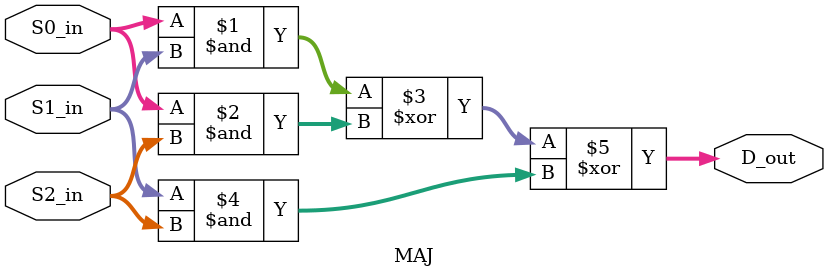
<source format=v>
module MAJ(
    input wire [31:0] 	S0_in,
    input wire [31:0] 	S1_in,
    input wire [31:0] 	S2_in,
    output wire [31:0] 	D_out
    );
     	
    // Error: Repeated term ((S1_in) & (S2_in)) instead of ((S0_in) & (S2_in))
    // assign D_out = ((S0_in) & (S1_in)) ^ ((S1_in) & (S2_in)) ^ ((S1_in) & (S2_in));
    
    // Fixed:
    assign D_out = ((S0_in) & (S1_in)) ^ ((S0_in) & (S2_in)) ^ ((S1_in) & (S2_in)); 
    
endmodule
</source>
